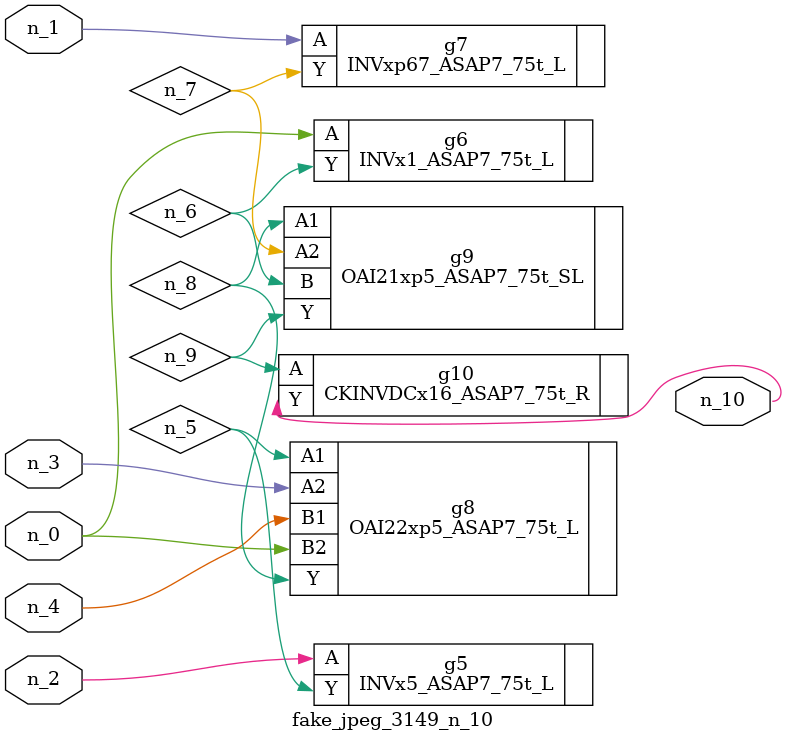
<source format=v>
module fake_jpeg_3149_n_10 (n_3, n_2, n_1, n_0, n_4, n_10);

input n_3;
input n_2;
input n_1;
input n_0;
input n_4;

output n_10;

wire n_8;
wire n_9;
wire n_6;
wire n_5;
wire n_7;

INVx5_ASAP7_75t_L g5 ( 
.A(n_2),
.Y(n_5)
);

INVx1_ASAP7_75t_L g6 ( 
.A(n_0),
.Y(n_6)
);

INVxp67_ASAP7_75t_L g7 ( 
.A(n_1),
.Y(n_7)
);

OAI22xp5_ASAP7_75t_L g8 ( 
.A1(n_5),
.A2(n_3),
.B1(n_4),
.B2(n_0),
.Y(n_8)
);

OAI21xp5_ASAP7_75t_SL g9 ( 
.A1(n_8),
.A2(n_7),
.B(n_6),
.Y(n_9)
);

CKINVDCx16_ASAP7_75t_R g10 ( 
.A(n_9),
.Y(n_10)
);


endmodule
</source>
